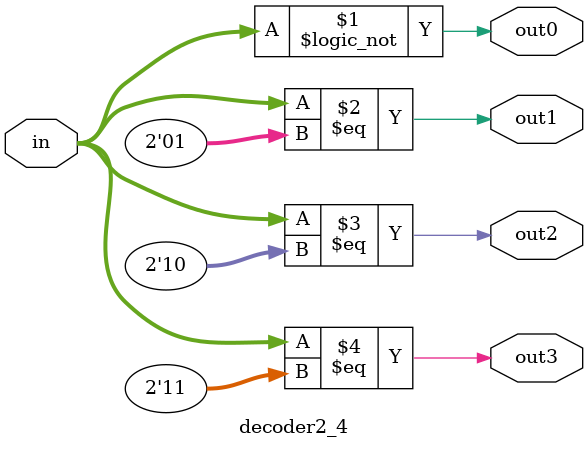
<source format=v>
/*
module decoder2_4 (in, out0, out1, out2, out3);
    input [1:0] in;
    output reg out0, out1, out2, out3;

    always @(in) begin
        out0 = (in == 2'b00);
        out1 = (in == 2'b01);
        out2 = (in == 2'b10);
        out3 = (in == 2'b11);
    end
endmodule
*/

module decoder2_4 (in, out0, out1, out2, out3);
    input [1:0] in;
    output out0, out1, out2, out3;

    assign out0 = (in == 2'b00);
    assign out1 = (in == 2'b01);
    assign out2 = (in == 2'b10);
    assign out3 = (in == 2'b11);
endmodule

</source>
